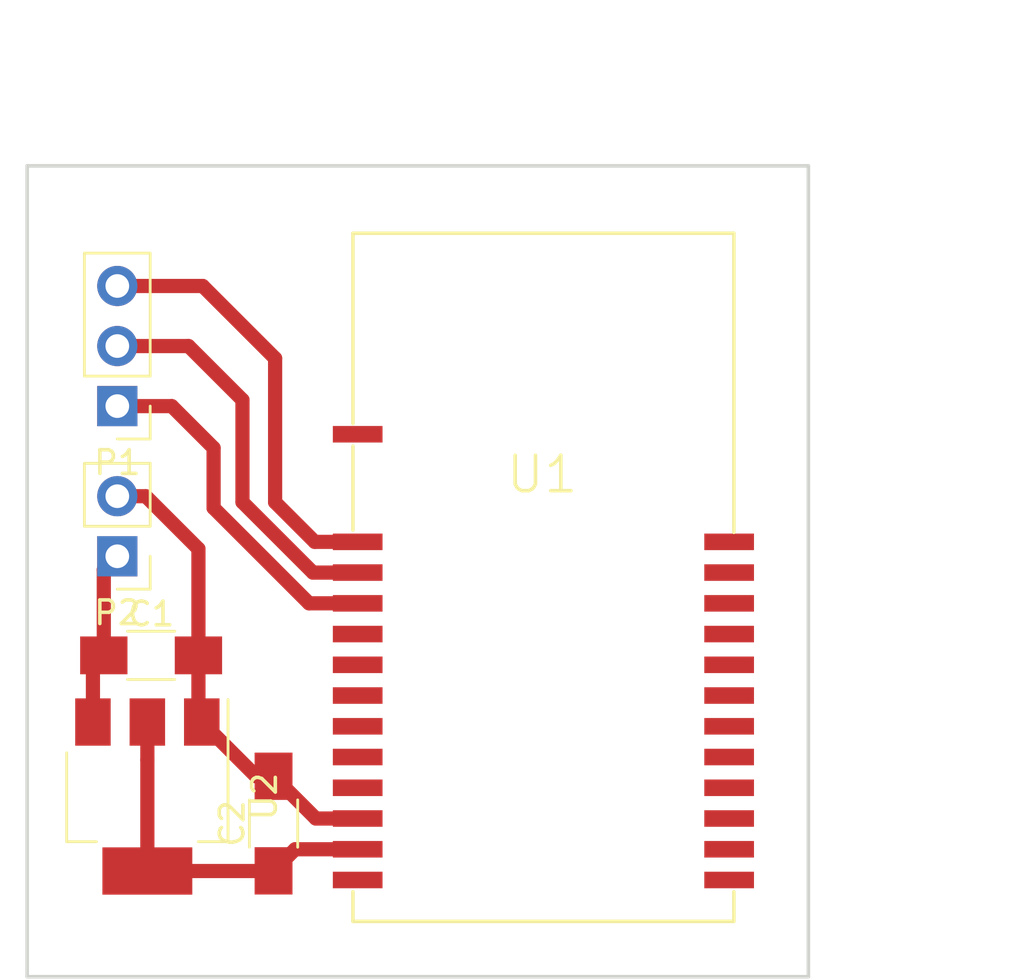
<source format=kicad_pcb>
(kicad_pcb (version 4) (host pcbnew 4.0.4-stable)

  (general
    (links 12)
    (no_connects 12)
    (area 83.744999 31.674999 116.915001 66.115001)
    (thickness 1.6)
    (drawings 6)
    (tracks 34)
    (zones 0)
    (modules 6)
    (nets 27)
  )

  (page A4)
  (layers
    (0 F.Cu signal)
    (31 B.Cu signal)
    (32 B.Adhes user)
    (33 F.Adhes user)
    (34 B.Paste user)
    (35 F.Paste user)
    (36 B.SilkS user)
    (37 F.SilkS user)
    (38 B.Mask user)
    (39 F.Mask user)
    (40 Dwgs.User user)
    (41 Cmts.User user)
    (42 Eco1.User user)
    (43 Eco2.User user)
    (44 Edge.Cuts user)
    (45 Margin user)
    (46 B.CrtYd user)
    (47 F.CrtYd user)
    (48 B.Fab user)
    (49 F.Fab user)
  )

  (setup
    (last_trace_width 0.6)
    (user_trace_width 0.6)
    (trace_clearance 0.2)
    (zone_clearance 0.508)
    (zone_45_only no)
    (trace_min 0.2)
    (segment_width 0.2)
    (edge_width 0.15)
    (via_size 0.8)
    (via_drill 0.4)
    (via_min_size 0.4)
    (via_min_drill 0.3)
    (uvia_size 0.3)
    (uvia_drill 0.1)
    (uvias_allowed no)
    (uvia_min_size 0.2)
    (uvia_min_drill 0.1)
    (pcb_text_width 0.3)
    (pcb_text_size 1.5 1.5)
    (mod_edge_width 0.15)
    (mod_text_size 1 1)
    (mod_text_width 0.15)
    (pad_size 1.524 1.524)
    (pad_drill 0.762)
    (pad_to_mask_clearance 0.2)
    (aux_axis_origin 0 0)
    (visible_elements 7FFFFFFF)
    (pcbplotparams
      (layerselection 0x00030_ffffffff)
      (usegerberextensions false)
      (excludeedgelayer true)
      (linewidth 0.100000)
      (plotframeref false)
      (viasonmask false)
      (mode 1)
      (useauxorigin false)
      (hpglpennumber 1)
      (hpglpenspeed 20)
      (hpglpendiameter 15)
      (hpglpenoverlay 2)
      (psnegative false)
      (psa4output false)
      (plotreference true)
      (plotvalue true)
      (plotinvisibletext false)
      (padsonsilk false)
      (subtractmaskfromsilk false)
      (outputformat 1)
      (mirror false)
      (drillshape 1)
      (scaleselection 1)
      (outputdirectory ""))
  )

  (net 0 "")
  (net 1 +12V)
  (net 2 GND)
  (net 3 +3V3)
  (net 4 "Net-(P1-Pad3)")
  (net 5 "Net-(P1-Pad2)")
  (net 6 "Net-(P1-Pad1)")
  (net 7 "Net-(U1-Pad14)")
  (net 8 "Net-(U1-Pad15)")
  (net 9 "Net-(U1-Pad16)")
  (net 10 "Net-(U1-Pad17)")
  (net 11 "Net-(U1-Pad18)")
  (net 12 "Net-(U1-Pad19)")
  (net 13 "Net-(U1-Pad20)")
  (net 14 "Net-(U1-Pad21)")
  (net 15 "Net-(U1-Pad22)")
  (net 16 "Net-(U1-Pad23)")
  (net 17 "Net-(U1-Pad24)")
  (net 18 "Net-(U1-Pad25)")
  (net 19 "Net-(U1-Pad13)")
  (net 20 "Net-(U1-Pad10)")
  (net 21 "Net-(U1-Pad9)")
  (net 22 "Net-(U1-Pad8)")
  (net 23 "Net-(U1-Pad7)")
  (net 24 "Net-(U1-Pad6)")
  (net 25 "Net-(U1-Pad5)")
  (net 26 "Net-(U1-Pad1)")

  (net_class Default "This is the default net class."
    (clearance 0.2)
    (trace_width 0.25)
    (via_dia 0.8)
    (via_drill 0.4)
    (uvia_dia 0.3)
    (uvia_drill 0.1)
    (add_net +12V)
    (add_net +3V3)
    (add_net GND)
    (add_net "Net-(P1-Pad1)")
    (add_net "Net-(P1-Pad2)")
    (add_net "Net-(P1-Pad3)")
    (add_net "Net-(U1-Pad1)")
    (add_net "Net-(U1-Pad10)")
    (add_net "Net-(U1-Pad13)")
    (add_net "Net-(U1-Pad14)")
    (add_net "Net-(U1-Pad15)")
    (add_net "Net-(U1-Pad16)")
    (add_net "Net-(U1-Pad17)")
    (add_net "Net-(U1-Pad18)")
    (add_net "Net-(U1-Pad19)")
    (add_net "Net-(U1-Pad20)")
    (add_net "Net-(U1-Pad21)")
    (add_net "Net-(U1-Pad22)")
    (add_net "Net-(U1-Pad23)")
    (add_net "Net-(U1-Pad24)")
    (add_net "Net-(U1-Pad25)")
    (add_net "Net-(U1-Pad5)")
    (add_net "Net-(U1-Pad6)")
    (add_net "Net-(U1-Pad7)")
    (add_net "Net-(U1-Pad8)")
    (add_net "Net-(U1-Pad9)")
  )

  (module Pin_Headers:Pin_Header_Straight_1x03_Pitch2.54mm (layer F.Cu) (tedit 5862ED52) (tstamp 58AEE335)
    (at 87.63 41.91 180)
    (descr "Through hole straight pin header, 1x03, 2.54mm pitch, single row")
    (tags "Through hole pin header THT 1x03 2.54mm single row")
    (path /58AEDF97)
    (fp_text reference P1 (at 0 -2.39 180) (layer F.SilkS)
      (effects (font (size 1 1) (thickness 0.15)))
    )
    (fp_text value CONN_01X03 (at 0 7.47 180) (layer F.Fab)
      (effects (font (size 1 1) (thickness 0.15)))
    )
    (fp_line (start 1.6 -1.6) (end -1.6 -1.6) (layer F.CrtYd) (width 0.05))
    (fp_line (start 1.6 6.6) (end 1.6 -1.6) (layer F.CrtYd) (width 0.05))
    (fp_line (start -1.6 6.6) (end 1.6 6.6) (layer F.CrtYd) (width 0.05))
    (fp_line (start -1.6 -1.6) (end -1.6 6.6) (layer F.CrtYd) (width 0.05))
    (fp_line (start -1.39 -1.39) (end 0 -1.39) (layer F.SilkS) (width 0.12))
    (fp_line (start -1.39 0) (end -1.39 -1.39) (layer F.SilkS) (width 0.12))
    (fp_line (start 1.39 1.27) (end -1.39 1.27) (layer F.SilkS) (width 0.12))
    (fp_line (start 1.39 6.47) (end 1.39 1.27) (layer F.SilkS) (width 0.12))
    (fp_line (start -1.39 6.47) (end 1.39 6.47) (layer F.SilkS) (width 0.12))
    (fp_line (start -1.39 1.27) (end -1.39 6.47) (layer F.SilkS) (width 0.12))
    (fp_line (start 1.27 -1.27) (end -1.27 -1.27) (layer F.Fab) (width 0.1))
    (fp_line (start 1.27 6.35) (end 1.27 -1.27) (layer F.Fab) (width 0.1))
    (fp_line (start -1.27 6.35) (end 1.27 6.35) (layer F.Fab) (width 0.1))
    (fp_line (start -1.27 -1.27) (end -1.27 6.35) (layer F.Fab) (width 0.1))
    (pad 3 thru_hole oval (at 0 5.08 180) (size 1.7 1.7) (drill 1) (layers *.Cu *.Mask)
      (net 4 "Net-(P1-Pad3)"))
    (pad 2 thru_hole oval (at 0 2.54 180) (size 1.7 1.7) (drill 1) (layers *.Cu *.Mask)
      (net 5 "Net-(P1-Pad2)"))
    (pad 1 thru_hole rect (at 0 0 180) (size 1.7 1.7) (drill 1) (layers *.Cu *.Mask)
      (net 6 "Net-(P1-Pad1)"))
    (model Pin_Headers.3dshapes/Pin_Header_Straight_1x03_Pitch2.54mm.wrl
      (at (xyz 0 -0.1 0))
      (scale (xyz 1 1 1))
      (rotate (xyz 0 0 90))
    )
  )

  (module Pin_Headers:Pin_Header_Straight_1x02_Pitch2.54mm (layer F.Cu) (tedit 5862ED52) (tstamp 58AEE33B)
    (at 87.63 48.26 180)
    (descr "Through hole straight pin header, 1x02, 2.54mm pitch, single row")
    (tags "Through hole pin header THT 1x02 2.54mm single row")
    (path /58AEE452)
    (fp_text reference P2 (at 0 -2.39 180) (layer F.SilkS)
      (effects (font (size 1 1) (thickness 0.15)))
    )
    (fp_text value CONN_01X02 (at 0 4.93 180) (layer F.Fab)
      (effects (font (size 1 1) (thickness 0.15)))
    )
    (fp_line (start 1.6 -1.6) (end -1.6 -1.6) (layer F.CrtYd) (width 0.05))
    (fp_line (start 1.6 4.1) (end 1.6 -1.6) (layer F.CrtYd) (width 0.05))
    (fp_line (start -1.6 4.1) (end 1.6 4.1) (layer F.CrtYd) (width 0.05))
    (fp_line (start -1.6 -1.6) (end -1.6 4.1) (layer F.CrtYd) (width 0.05))
    (fp_line (start -1.39 -1.39) (end 0 -1.39) (layer F.SilkS) (width 0.12))
    (fp_line (start -1.39 0) (end -1.39 -1.39) (layer F.SilkS) (width 0.12))
    (fp_line (start 1.39 1.27) (end -1.39 1.27) (layer F.SilkS) (width 0.12))
    (fp_line (start 1.39 3.93) (end 1.39 1.27) (layer F.SilkS) (width 0.12))
    (fp_line (start -1.39 3.93) (end 1.39 3.93) (layer F.SilkS) (width 0.12))
    (fp_line (start -1.39 1.27) (end -1.39 3.93) (layer F.SilkS) (width 0.12))
    (fp_line (start 1.27 -1.27) (end -1.27 -1.27) (layer F.Fab) (width 0.1))
    (fp_line (start 1.27 3.81) (end 1.27 -1.27) (layer F.Fab) (width 0.1))
    (fp_line (start -1.27 3.81) (end 1.27 3.81) (layer F.Fab) (width 0.1))
    (fp_line (start -1.27 -1.27) (end -1.27 3.81) (layer F.Fab) (width 0.1))
    (pad 2 thru_hole oval (at 0 2.54 180) (size 1.7 1.7) (drill 1) (layers *.Cu *.Mask)
      (net 2 GND))
    (pad 1 thru_hole rect (at 0 0 180) (size 1.7 1.7) (drill 1) (layers *.Cu *.Mask)
      (net 1 +12V))
    (model Pin_Headers.3dshapes/Pin_Header_Straight_1x02_Pitch2.54mm.wrl
      (at (xyz 0 -0.05 0))
      (scale (xyz 1 1 1))
      (rotate (xyz 0 0 90))
    )
  )

  (module Personal_Kicad_Library:XS3868_Module (layer F.Cu) (tedit 55758A75) (tstamp 58AEE358)
    (at 97.79 63.5)
    (path /58AEDD0A)
    (fp_text reference U1 (at 7.8 -18.7) (layer F.SilkS)
      (effects (font (size 1.5 1.5) (thickness 0.15)))
    )
    (fp_text value XS3868 (at 8.0958 -23.8724) (layer F.Fab)
      (effects (font (size 1.5 1.5) (thickness 0.15)))
    )
    (fp_line (start -0.2 -28.9) (end -0.2 -20.85) (layer F.SilkS) (width 0.15))
    (fp_line (start 15.9 -28.9) (end -0.2 -28.9) (layer F.SilkS) (width 0.15))
    (fp_line (start 15.9 -16.25) (end 15.9 -28.9) (layer F.SilkS) (width 0.15))
    (fp_line (start -0.2 -19.9) (end -0.2 -16.35) (layer F.SilkS) (width 0.15))
    (fp_line (start 15.9 0.2) (end 15.9 -1.05) (layer F.SilkS) (width 0.15))
    (fp_line (start -0.2 0.2) (end 15.9 0.2) (layer F.SilkS) (width 0.15))
    (fp_line (start -0.2 -1.05) (end -0.2 0.2) (layer F.SilkS) (width 0.15))
    (pad 14 smd rect (at 15.7 -1.55) (size 2.1 0.7) (layers F.Cu F.Paste F.Mask)
      (net 7 "Net-(U1-Pad14)"))
    (pad 15 smd rect (at 15.7 -2.85) (size 2.1 0.7) (layers F.Cu F.Paste F.Mask)
      (net 8 "Net-(U1-Pad15)"))
    (pad 16 smd rect (at 15.7 -4.15) (size 2.1 0.7) (layers F.Cu F.Paste F.Mask)
      (net 9 "Net-(U1-Pad16)"))
    (pad 17 smd rect (at 15.7 -5.45) (size 2.1 0.7) (layers F.Cu F.Paste F.Mask)
      (net 10 "Net-(U1-Pad17)"))
    (pad 18 smd rect (at 15.7 -6.75) (size 2.1 0.7) (layers F.Cu F.Paste F.Mask)
      (net 11 "Net-(U1-Pad18)"))
    (pad 19 smd rect (at 15.7 -8.05) (size 2.1 0.7) (layers F.Cu F.Paste F.Mask)
      (net 12 "Net-(U1-Pad19)"))
    (pad 20 smd rect (at 15.7 -9.35) (size 2.1 0.7) (layers F.Cu F.Paste F.Mask)
      (net 13 "Net-(U1-Pad20)"))
    (pad 21 smd rect (at 15.7 -10.65) (size 2.1 0.7) (layers F.Cu F.Paste F.Mask)
      (net 14 "Net-(U1-Pad21)"))
    (pad 22 smd rect (at 15.7 -11.95) (size 2.1 0.7) (layers F.Cu F.Paste F.Mask)
      (net 15 "Net-(U1-Pad22)"))
    (pad 23 smd rect (at 15.7 -13.25) (size 2.1 0.7) (layers F.Cu F.Paste F.Mask)
      (net 16 "Net-(U1-Pad23)"))
    (pad 24 smd rect (at 15.7 -14.55) (size 2.1 0.7) (layers F.Cu F.Paste F.Mask)
      (net 17 "Net-(U1-Pad24)"))
    (pad 25 smd rect (at 15.7 -15.85) (size 2.1 0.7) (layers F.Cu F.Paste F.Mask)
      (net 18 "Net-(U1-Pad25)"))
    (pad 13 smd rect (at 0 -1.55) (size 2.1 0.7) (layers F.Cu F.Paste F.Mask)
      (net 19 "Net-(U1-Pad13)"))
    (pad 12 smd rect (at 0 -2.85) (size 2.1 0.7) (layers F.Cu F.Paste F.Mask)
      (net 3 +3V3))
    (pad 11 smd rect (at 0 -4.15) (size 2.1 0.7) (layers F.Cu F.Paste F.Mask)
      (net 2 GND))
    (pad 10 smd rect (at 0 -5.45) (size 2.1 0.7) (layers F.Cu F.Paste F.Mask)
      (net 20 "Net-(U1-Pad10)"))
    (pad 9 smd rect (at 0 -6.75) (size 2.1 0.7) (layers F.Cu F.Paste F.Mask)
      (net 21 "Net-(U1-Pad9)"))
    (pad 8 smd rect (at 0 -8.05) (size 2.1 0.7) (layers F.Cu F.Paste F.Mask)
      (net 22 "Net-(U1-Pad8)"))
    (pad 7 smd rect (at 0 -9.35) (size 2.1 0.7) (layers F.Cu F.Paste F.Mask)
      (net 23 "Net-(U1-Pad7)"))
    (pad 6 smd rect (at 0 -10.65) (size 2.1 0.7) (layers F.Cu F.Paste F.Mask)
      (net 24 "Net-(U1-Pad6)"))
    (pad 5 smd rect (at 0 -11.95) (size 2.1 0.7) (layers F.Cu F.Paste F.Mask)
      (net 25 "Net-(U1-Pad5)"))
    (pad 4 smd rect (at 0 -13.25) (size 2.1 0.7) (layers F.Cu F.Paste F.Mask)
      (net 6 "Net-(P1-Pad1)"))
    (pad 3 smd rect (at 0 -14.55) (size 2.1 0.7) (layers F.Cu F.Paste F.Mask)
      (net 5 "Net-(P1-Pad2)"))
    (pad 2 smd rect (at 0 -15.85) (size 2.1 0.7) (layers F.Cu F.Paste F.Mask)
      (net 4 "Net-(P1-Pad3)"))
    (pad 1 smd rect (at 0 -20.4) (size 2.1 0.7) (layers F.Cu F.Paste F.Mask)
      (net 26 "Net-(U1-Pad1)"))
  )

  (module TO_SOT_Packages_SMD:SOT-223 (layer F.Cu) (tedit 5883B228) (tstamp 58AEE360)
    (at 88.9 58.42 270)
    (descr "module CMS SOT223 4 pins")
    (tags "CMS SOT")
    (path /58AEE048)
    (attr smd)
    (fp_text reference U2 (at 0 -4.953 270) (layer F.SilkS)
      (effects (font (size 1 1) (thickness 0.15)))
    )
    (fp_text value AP111733 (at 0 4.5 270) (layer F.Fab)
      (effects (font (size 1 1) (thickness 0.15)))
    )
    (fp_line (start 1.85 -3.35) (end 1.85 3.35) (layer F.Fab) (width 0.1))
    (fp_line (start -1.85 3.35) (end 1.85 3.35) (layer F.Fab) (width 0.1))
    (fp_line (start -4.1 -3.41) (end 1.91 -3.41) (layer F.SilkS) (width 0.12))
    (fp_line (start -0.8 -3.35) (end 1.85 -3.35) (layer F.Fab) (width 0.1))
    (fp_line (start -1.85 3.41) (end 1.91 3.41) (layer F.SilkS) (width 0.12))
    (fp_line (start -1.85 -2.3) (end -1.85 3.35) (layer F.Fab) (width 0.1))
    (fp_line (start -4.4 -3.6) (end -4.4 3.6) (layer F.CrtYd) (width 0.05))
    (fp_line (start -4.4 3.6) (end 4.4 3.6) (layer F.CrtYd) (width 0.05))
    (fp_line (start 4.4 3.6) (end 4.4 -3.6) (layer F.CrtYd) (width 0.05))
    (fp_line (start 4.4 -3.6) (end -4.4 -3.6) (layer F.CrtYd) (width 0.05))
    (fp_line (start 1.91 -3.41) (end 1.91 -2.15) (layer F.SilkS) (width 0.12))
    (fp_line (start 1.91 3.41) (end 1.91 2.15) (layer F.SilkS) (width 0.12))
    (fp_line (start -1.85 -2.3) (end -0.8 -3.35) (layer F.Fab) (width 0.1))
    (pad 1 smd rect (at -3.15 -2.3 270) (size 2 1.5) (layers F.Cu F.Paste F.Mask)
      (net 2 GND))
    (pad 3 smd rect (at -3.15 2.3 270) (size 2 1.5) (layers F.Cu F.Paste F.Mask)
      (net 1 +12V))
    (pad 2 smd rect (at -3.15 0 270) (size 2 1.5) (layers F.Cu F.Paste F.Mask)
      (net 3 +3V3))
    (pad 4 smd rect (at 3.15 0 270) (size 2 3.8) (layers F.Cu F.Paste F.Mask)
      (net 3 +3V3))
    (model TO_SOT_Packages_SMD.3dshapes/SOT-223.wrl
      (at (xyz 0 0 0))
      (scale (xyz 0.4 0.4 0.4))
      (rotate (xyz 0 0 90))
    )
  )

  (module Capacitors_SMD:C_1206_HandSoldering (layer F.Cu) (tedit 58AA84D1) (tstamp 58AEE3F0)
    (at 89.059 52.451)
    (descr "Capacitor SMD 1206, hand soldering")
    (tags "capacitor 1206")
    (path /58AEE168)
    (attr smd)
    (fp_text reference C1 (at 0 -1.75) (layer F.SilkS)
      (effects (font (size 1 1) (thickness 0.15)))
    )
    (fp_text value 100u (at 0 2) (layer F.Fab)
      (effects (font (size 1 1) (thickness 0.15)))
    )
    (fp_text user %R (at 0 -1.75) (layer F.Fab)
      (effects (font (size 1 1) (thickness 0.15)))
    )
    (fp_line (start -1.6 0.8) (end -1.6 -0.8) (layer F.Fab) (width 0.1))
    (fp_line (start 1.6 0.8) (end -1.6 0.8) (layer F.Fab) (width 0.1))
    (fp_line (start 1.6 -0.8) (end 1.6 0.8) (layer F.Fab) (width 0.1))
    (fp_line (start -1.6 -0.8) (end 1.6 -0.8) (layer F.Fab) (width 0.1))
    (fp_line (start 1 -1.02) (end -1 -1.02) (layer F.SilkS) (width 0.12))
    (fp_line (start -1 1.02) (end 1 1.02) (layer F.SilkS) (width 0.12))
    (fp_line (start -3.25 -1.05) (end 3.25 -1.05) (layer F.CrtYd) (width 0.05))
    (fp_line (start -3.25 -1.05) (end -3.25 1.05) (layer F.CrtYd) (width 0.05))
    (fp_line (start 3.25 1.05) (end 3.25 -1.05) (layer F.CrtYd) (width 0.05))
    (fp_line (start 3.25 1.05) (end -3.25 1.05) (layer F.CrtYd) (width 0.05))
    (pad 1 smd rect (at -2 0) (size 2 1.6) (layers F.Cu F.Paste F.Mask)
      (net 1 +12V))
    (pad 2 smd rect (at 2 0) (size 2 1.6) (layers F.Cu F.Paste F.Mask)
      (net 2 GND))
    (model Capacitors_SMD.3dshapes/C_1206.wrl
      (at (xyz 0 0 0))
      (scale (xyz 1 1 1))
      (rotate (xyz 0 0 0))
    )
  )

  (module Capacitors_SMD:C_1206_HandSoldering (layer F.Cu) (tedit 58AA84D1) (tstamp 58AEE3F5)
    (at 94.234 59.563 90)
    (descr "Capacitor SMD 1206, hand soldering")
    (tags "capacitor 1206")
    (path /58AEE112)
    (attr smd)
    (fp_text reference C2 (at 0 -1.75 90) (layer F.SilkS)
      (effects (font (size 1 1) (thickness 0.15)))
    )
    (fp_text value 100u (at 0 2 90) (layer F.Fab)
      (effects (font (size 1 1) (thickness 0.15)))
    )
    (fp_line (start 3.25 1.05) (end -3.25 1.05) (layer F.CrtYd) (width 0.05))
    (fp_line (start 3.25 1.05) (end 3.25 -1.05) (layer F.CrtYd) (width 0.05))
    (fp_line (start -3.25 -1.05) (end -3.25 1.05) (layer F.CrtYd) (width 0.05))
    (fp_line (start -3.25 -1.05) (end 3.25 -1.05) (layer F.CrtYd) (width 0.05))
    (fp_line (start -1 1.02) (end 1 1.02) (layer F.SilkS) (width 0.12))
    (fp_line (start 1 -1.02) (end -1 -1.02) (layer F.SilkS) (width 0.12))
    (fp_line (start -1.6 -0.8) (end 1.6 -0.8) (layer F.Fab) (width 0.1))
    (fp_line (start 1.6 -0.8) (end 1.6 0.8) (layer F.Fab) (width 0.1))
    (fp_line (start 1.6 0.8) (end -1.6 0.8) (layer F.Fab) (width 0.1))
    (fp_line (start -1.6 0.8) (end -1.6 -0.8) (layer F.Fab) (width 0.1))
    (fp_text user %R (at 0 -1.75 90) (layer F.Fab)
      (effects (font (size 1 1) (thickness 0.15)))
    )
    (pad 2 smd rect (at 2 0 90) (size 2 1.6) (layers F.Cu F.Paste F.Mask)
      (net 2 GND))
    (pad 1 smd rect (at -2 0 90) (size 2 1.6) (layers F.Cu F.Paste F.Mask)
      (net 3 +3V3))
    (model Capacitors_SMD.3dshapes/C_1206.wrl
      (at (xyz 0 0 0))
      (scale (xyz 1 1 1))
      (rotate (xyz 0 0 0))
    )
  )

  (dimension 34.29 (width 0.3) (layer Dwgs.User)
    (gr_text "34,290 mm" (at 123.27 48.895 270) (layer Dwgs.User)
      (effects (font (size 1.5 1.5) (thickness 0.3)))
    )
    (feature1 (pts (xy 116.84 66.04) (xy 124.62 66.04)))
    (feature2 (pts (xy 116.84 31.75) (xy 124.62 31.75)))
    (crossbar (pts (xy 121.92 31.75) (xy 121.92 66.04)))
    (arrow1a (pts (xy 121.92 66.04) (xy 121.333579 64.913496)))
    (arrow1b (pts (xy 121.92 66.04) (xy 122.506421 64.913496)))
    (arrow2a (pts (xy 121.92 31.75) (xy 121.333579 32.876504)))
    (arrow2b (pts (xy 121.92 31.75) (xy 122.506421 32.876504)))
  )
  (dimension 33.02 (width 0.3) (layer Dwgs.User)
    (gr_text "33,020 mm" (at 100.33 26.59) (layer Dwgs.User)
      (effects (font (size 1.5 1.5) (thickness 0.3)))
    )
    (feature1 (pts (xy 116.84 31.75) (xy 116.84 25.24)))
    (feature2 (pts (xy 83.82 31.75) (xy 83.82 25.24)))
    (crossbar (pts (xy 83.82 27.94) (xy 116.84 27.94)))
    (arrow1a (pts (xy 116.84 27.94) (xy 115.713496 28.526421)))
    (arrow1b (pts (xy 116.84 27.94) (xy 115.713496 27.353579)))
    (arrow2a (pts (xy 83.82 27.94) (xy 84.946504 28.526421)))
    (arrow2b (pts (xy 83.82 27.94) (xy 84.946504 27.353579)))
  )
  (gr_line (start 83.82 31.75) (end 83.82 66.04) (layer Edge.Cuts) (width 0.15))
  (gr_line (start 116.84 31.75) (end 83.82 31.75) (layer Edge.Cuts) (width 0.15))
  (gr_line (start 116.84 66.04) (end 116.84 31.75) (layer Edge.Cuts) (width 0.15))
  (gr_line (start 83.82 66.04) (end 116.84 66.04) (layer Edge.Cuts) (width 0.15))

  (segment (start 86.6 55.27) (end 86.6 52.91) (width 0.6) (layer F.Cu) (net 1))
  (segment (start 86.6 52.91) (end 87.059 52.451) (width 0.6) (layer F.Cu) (net 1))
  (segment (start 87.059 52.451) (end 87.059 48.831) (width 0.6) (layer F.Cu) (net 1))
  (segment (start 87.059 48.831) (end 87.63 48.26) (width 0.6) (layer F.Cu) (net 1))
  (segment (start 94.234 57.563) (end 93.493 57.563) (width 0.6) (layer F.Cu) (net 2))
  (segment (start 93.493 57.563) (end 91.2 55.27) (width 0.6) (layer F.Cu) (net 2))
  (segment (start 91.059 52.451) (end 91.059 55.129) (width 0.6) (layer F.Cu) (net 2))
  (segment (start 91.059 55.129) (end 91.2 55.27) (width 0.6) (layer F.Cu) (net 2))
  (segment (start 97.79 59.35) (end 96.021 59.35) (width 0.6) (layer F.Cu) (net 2))
  (segment (start 96.021 59.35) (end 94.234 57.563) (width 0.6) (layer F.Cu) (net 2))
  (segment (start 87.63 45.72) (end 88.832081 45.72) (width 0.6) (layer F.Cu) (net 2))
  (segment (start 88.832081 45.72) (end 91.059 47.946919) (width 0.6) (layer F.Cu) (net 2))
  (segment (start 91.059 47.946919) (end 91.059 52.451) (width 0.6) (layer F.Cu) (net 2))
  (segment (start 97.79 60.65) (end 95.147 60.65) (width 0.6) (layer F.Cu) (net 3))
  (segment (start 95.147 60.65) (end 94.234 61.563) (width 0.6) (layer F.Cu) (net 3))
  (segment (start 88.9 61.57) (end 94.227 61.57) (width 0.6) (layer F.Cu) (net 3))
  (segment (start 94.227 61.57) (end 94.234 61.563) (width 0.6) (layer F.Cu) (net 3))
  (segment (start 88.9 55.27) (end 88.9 56.87) (width 0.6) (layer F.Cu) (net 3))
  (segment (start 88.9 56.87) (end 88.9 61.57) (width 0.6) (layer F.Cu) (net 3))
  (segment (start 97.79 47.65) (end 95.974164 47.65) (width 0.6) (layer F.Cu) (net 4))
  (segment (start 95.974164 47.65) (end 94.3 45.975836) (width 0.6) (layer F.Cu) (net 4))
  (segment (start 94.3 45.975836) (end 94.3 39.89) (width 0.6) (layer F.Cu) (net 4))
  (segment (start 94.3 39.89) (end 91.24 36.83) (width 0.6) (layer F.Cu) (net 4))
  (segment (start 91.24 36.83) (end 87.63 36.83) (width 0.6) (layer F.Cu) (net 4))
  (segment (start 97.79 48.95) (end 95.899626 48.95) (width 0.6) (layer F.Cu) (net 5))
  (segment (start 95.899626 48.95) (end 92.92 45.970374) (width 0.6) (layer F.Cu) (net 5))
  (segment (start 92.92 45.970374) (end 92.92 41.65) (width 0.6) (layer F.Cu) (net 5))
  (segment (start 92.92 41.65) (end 90.64 39.37) (width 0.6) (layer F.Cu) (net 5))
  (segment (start 90.64 39.37) (end 87.63 39.37) (width 0.6) (layer F.Cu) (net 5))
  (segment (start 97.79 50.25) (end 95.733453 50.25) (width 0.6) (layer F.Cu) (net 6))
  (segment (start 95.733453 50.25) (end 91.7 46.216547) (width 0.6) (layer F.Cu) (net 6))
  (segment (start 91.7 46.216547) (end 91.7 43.68) (width 0.6) (layer F.Cu) (net 6))
  (segment (start 91.7 43.68) (end 89.93 41.91) (width 0.6) (layer F.Cu) (net 6))
  (segment (start 89.93 41.91) (end 87.63 41.91) (width 0.6) (layer F.Cu) (net 6))

)

</source>
